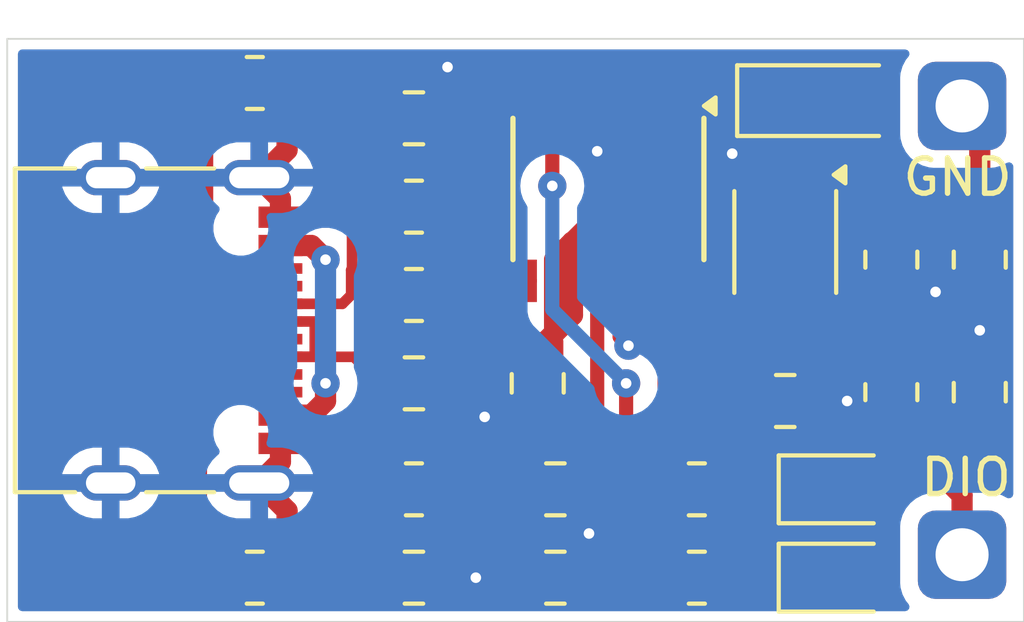
<source format=kicad_pcb>
(kicad_pcb (version 20240108) (generator "pcbnew") (generator_version "8.0")
  (layers (0 "F.Cu" signal) (31 "B.Cu" signal) (34 "B.Paste" user) (35 "F.Paste" user) (36 "B.SilkS" user "B.Silkscreen") (37 "F.SilkS" user "F.Silkscreen") (38 "B.Mask" user) (39 "F.Mask" user) (44 "Edge.Cuts" user))
  (net 0 "")
  (net 1 "+5V")
  (net 2 "GND")
  (net 3 "Net-(C2-Pad2)")
  (net 4 "Net-(C3-Pad2)")
  (net 5 "Net-(U1-VCC)")
  (net 6 "+3.3V")
  (net 7 "Net-(D3-A)")
  (net 8 "Net-(D1-K)")
  (net 9 "Net-(D2-K)")
  (net 10 "Net-(D3-K)")
  (net 11 "Net-(J1-CC2)")
  (net 12 "Net-(J1-CC1)")
  (net 13 "Net-(J2-Pin_1)")
  (net 14 "Net-(U1-USBDM)")
  (net 15 "Net-(U1-USBDP)")
  (net 16 "/TXLED")
  (net 17 "/RXLED")
  (net 20 "Net-(U1-RXD)")
  (net 23 "Net-(U2-Pad5)")
  (net 24 "Net-(J2-Pin_2)")
  (footprint "Capacitor_SMD:C_0805_2012Metric" (layer "F.Cu") (at 125 92 180)
    (property "Reference" "C7" (hide yes))
    (property "Value" "100n" (hide yes))
    (fp_line (start -0.261252 0.735) (end 0.261252 0.735) (stroke (width 0.12)) (layer "F.SilkS"))
    (fp_line (start -0.261252 -0.735) (end 0.261252 -0.735) (stroke (width 0.12)) (layer "F.SilkS"))
    (pad "1" smd roundrect (at -0.95 0 180) (size 1 1.45) (layers "F.Cu" "F.Paste" "F.Mask") (net 2 "GND"))
    (pad "2" smd roundrect (at 0.95 0 180) (size 1 1.45) (layers "F.Cu" "F.Paste" "F.Mask") (net 6 "+3.3V"))
  )
  (footprint "Capacitor_SMD:C_0805_2012Metric" (layer "F.Cu") (at 118 91.5 90)
    (property "Reference" "C6" (hide yes))
    (property "Value" "100n" (hide yes))
    (fp_line (start -0.261252 -0.735) (end 0.261252 -0.735) (stroke (width 0.12)) (layer "F.SilkS"))
    (fp_line (start -0.261252 0.735) (end 0.261252 0.735) (stroke (width 0.12)) (layer "F.SilkS"))
    (pad "1" smd roundrect (at -0.95 0 90) (size 1 1.45) (layers "F.Cu" "F.Paste" "F.Mask") (net 2 "GND"))
    (pad "2" smd roundrect (at 0.95 0 90) (size 1 1.45) (layers "F.Cu" "F.Paste" "F.Mask") (net 6 "+3.3V"))
  )
  (footprint "Resistor_SMD:R_0805_2012Metric" (layer "F.Cu") (at 128 88 90)
    (property "Reference" "R7" (hide yes))
    (property "Value" "5.1k" (hide yes))
    (fp_line (start -0.227064 -0.735) (end 0.227064 -0.735) (stroke (width 0.12)) (layer "F.SilkS"))
    (fp_line (start -0.227064 0.735) (end 0.227064 0.735) (stroke (width 0.12)) (layer "F.SilkS"))
    (pad "1" smd roundrect (at -0.9125 0 90) (size 1.025 1.4) (layers "F.Cu" "F.Paste" "F.Mask") (roundrect_rratio 0.243902) (net 2 "GND"))
    (pad "2" smd roundrect (at 0.9125 0 90) (size 1.025 1.4) (layers "F.Cu" "F.Paste" "F.Mask") (roundrect_rratio 0.243902) (net 7 "Net-(D3-A)"))
  )
  (footprint "myLibrary:SSOP-8_3x3mm_P0.65mm" (layer "F.Cu") (at 125 87.5 180)
    (property "Reference" "U2" (hide yes))
    (property "Value" "74LVC2G132" (hide yes))
    (fp_line (start 1.44 -1.44) (end 1.44 1.44) (stroke (width 0.12)) (layer "F.SilkS"))
    (fp_line (start -1.44 1.44) (end -1.44 -1.44) (stroke (width 0.12)) (layer "F.SilkS"))
    (fp_poly (pts (xy -1.37 1.9) (xy -1.7 2.14) (xy -1.7 1.66) (xy -1.37 1.9)) (stroke (width 0.12)) (fill solid) (layer "F.SilkS"))
    (pad "1" smd rect (at -0.975 1.9 180) (size 0.4 1.1) (layers "F.Cu" "F.Paste" "F.Mask") (net 7 "Net-(D3-A)"))
    (pad "2" smd rect (at -0.325 1.9 180) (size 0.4 1.1) (layers "F.Cu" "F.Paste" "F.Mask") (net 7 "Net-(D3-A)"))
    (pad "3" smd rect (at 0.325 1.9 180) (size 0.4 1.1) (layers "F.Cu" "F.Paste" "F.Mask") (net 20 "Net-(U1-RXD)"))
    (pad "4" smd rect (at 0.975 1.9 180) (size 0.4 1.1) (layers "F.Cu" "F.Paste" "F.Mask") (net 2 "GND"))
    (pad "5" smd rect (at 0.975 -1.9 180) (size 0.4 1.1) (layers "F.Cu" "F.Paste" "F.Mask") (net 23 "Net-(U2-Pad5)"))
    (pad "6" smd rect (at 0.325 -1.9 180) (size 0.4 1.1) (layers "F.Cu" "F.Paste" "F.Mask") (net 10 "Net-(D3-K)"))
    (pad "7" smd rect (at -0.325 -1.9 180) (size 0.4 1.1) (layers "F.Cu" "F.Paste" "F.Mask") (net 23 "Net-(U2-Pad5)"))
    (pad "8" smd rect (at -0.975 -1.9 180) (size 0.4 1.1) (layers "F.Cu" "F.Paste" "F.Mask") (net 6 "+3.3V"))
  )
  (footprint "LED_SMD:LED_0805_2012Metric" (layer "F.Cu") (at 126.5 97)
    (property "Reference" "D2" (hide yes))
    (property "Value" "Green LED" (hide yes))
    (fp_line (start -1.685 -0.96) (end -1.685 0.96) (stroke (width 0.12)) (layer "F.SilkS"))
    (fp_line (start -1.685 0.96) (end 1 0.96) (stroke (width 0.12)) (layer "F.SilkS"))
    (fp_line (start 1 -0.96) (end -1.685 -0.96) (stroke (width 0.12)) (layer "F.SilkS"))
    (pad "1" smd roundrect (at -0.9375 0) (size 0.975 1.4) (layers "F.Cu" "F.Paste" "F.Mask") (net 9 "Net-(D2-K)"))
    (pad "2" smd roundrect (at 0.9375 0) (size 0.975 1.4) (layers "F.Cu" "F.Paste" "F.Mask") (net 6 "+3.3V"))
  )
  (footprint "LED_SMD:LED_0805_2012Metric" (layer "F.Cu") (at 126.5 94.5)
    (property "Reference" "D1" (hide yes))
    (property "Value" "Red LED" (hide yes))
    (fp_line (start -1.685 -0.96) (end -1.685 0.96) (stroke (width 0.12)) (layer "F.SilkS"))
    (fp_line (start -1.685 0.96) (end 1 0.96) (stroke (width 0.12)) (layer "F.SilkS"))
    (fp_line (start 1 -0.96) (end -1.685 -0.96) (stroke (width 0.12)) (layer "F.SilkS"))
    (pad "1" smd roundrect (at -0.9375 0) (size 0.975 1.4) (layers "F.Cu" "F.Paste" "F.Mask") (net 8 "Net-(D1-K)"))
    (pad "2" smd roundrect (at 0.9375 0) (size 0.975 1.4) (layers "F.Cu" "F.Paste" "F.Mask") (net 6 "+3.3V"))
  )
  (footprint "Resistor_SMD:R_0805_2012Metric" (layer "F.Cu") (at 122.5 97)
    (property "Reference" "R6" (hide yes))
    (property "Value" "120" (hide yes))
    (fp_line (start -0.227064 -0.735) (end 0.227064 -0.735) (stroke (width 0.12)) (layer "F.SilkS"))
    (fp_line (start -0.227064 0.735) (end 0.227064 0.735) (stroke (width 0.12)) (layer "F.SilkS"))
    (pad "1" smd roundrect (at -0.9125 0) (size 1.025 1.4) (layers "F.Cu" "F.Paste" "F.Mask") (roundrect_rratio 0.243902) (net 17 "/RXLED"))
    (pad "2" smd roundrect (at 0.9125 0) (size 1.025 1.4) (layers "F.Cu" "F.Paste" "F.Mask") (roundrect_rratio 0.243902) (net 9 "Net-(D2-K)"))
  )
  (footprint "Capacitor_SMD:C_0805_2012Metric" (layer "F.Cu") (at 118.5 97 180)
    (property "Reference" "C4" (hide yes))
    (property "Value" "4.7u" (hide yes))
    (fp_line (start -0.261252 0.735) (end 0.261252 0.735) (stroke (width 0.12)) (layer "F.SilkS"))
    (fp_line (start -0.261252 -0.735) (end 0.261252 -0.735) (stroke (width 0.12)) (layer "F.SilkS"))
    (pad "1" smd roundrect (at -0.95 0 180) (size 1 1.45) (layers "F.Cu" "F.Paste" "F.Mask") (net 2 "GND"))
    (pad "2" smd roundrect (at 0.95 0 180) (size 1 1.45) (layers "F.Cu" "F.Paste" "F.Mask") (net 5 "Net-(U1-VCC)"))
  )
  (footprint "Connector_USB:USB_C_Receptacle_G-Switch_GT-USB-7010ASV" (layer "F.Cu") (at 107 90 -90)
    (property "Reference" "J1" (hide yes))
    (property "Value" "USB_C_Receptacle_USB2.0_14P" (hide yes))
    (fp_line (start -4.58 3.785) (end -4.58 2.08) (stroke (width 0.12)) (layer "F.SilkS"))
    (fp_line (start 4.58 3.785) (end -4.58 3.785) (stroke (width 0.12)) (layer "F.SilkS"))
    (fp_line (start 4.58 2.08) (end 4.58 3.785) (stroke (width 0.12)) (layer "F.SilkS"))
    (fp_line (start 4.58 0.07) (end 4.58 -1.85) (stroke (width 0.12)) (layer "F.SilkS"))
    (fp_line (start -4.58 -1.85) (end -4.58 0.07) (stroke (width 0.12)) (layer "F.SilkS"))
    (pad "" np_thru_hole circle (at -2.89 -2.605 270) (size 0.65 0.65) (drill 0.65) (layers "*.Cu" "*.Mask"))
    (pad "" np_thru_hole circle (at 2.89 -2.605 270) (size 0.65 0.65) (drill 0.65) (layers "*.Cu" "*.Mask"))
    (pad "A1" smd rect (at -3.2 -3.725 270) (size 0.6 1.24) (layers "F.Cu" "F.Paste" "F.Mask") (net 2 "GND"))
    (pad "A4" smd rect (at -2.4 -3.725 270) (size 0.6 1.24) (layers "F.Cu" "F.Paste" "F.Mask") (net 1 "+5V"))
    (pad "A5" smd rect (at -1.25 -3.725 270) (size 0.3 1.24) (layers "F.Cu" "F.Paste" "F.Mask") (net 12 "Net-(J1-CC1)"))
    (pad "A6" smd rect (at -0.25 -3.725 270) (size 0.3 1.24) (layers "F.Cu" "F.Paste" "F.Mask") (net 4 "Net-(C3-Pad2)"))
    (pad "A7" smd rect (at 0.25 -3.725 270) (size 0.3 1.24) (layers "F.Cu" "F.Paste" "F.Mask") (net 3 "Net-(C2-Pad2)"))
    (pad "A8" smd rect (at 1.25 -3.725 270) (size 0.3 1.24) (layers "F.Cu" "F.Paste" "F.Mask"))
    (pad "A9" smd rect (at 2.4 -3.725 270) (size 0.6 1.24) (layers "F.Cu" "F.Paste" "F.Mask") (net 1 "+5V"))
    (pad "A12" smd rect (at 3.2 -3.725 270) (size 0.6 1.24) (layers "F.Cu" "F.Paste" "F.Mask") (net 2 "GND"))
    (pad "B1" smd rect (at 3.2 -3.725 270) (size 0.6 1.24) (layers "F.Cu" "F.Paste" "F.Mask") (net 2 "GND"))
    (pad "B4" smd rect (at 2.4 -3.725 270) (size 0.6 1.24) (layers "F.Cu" "F.Paste" "F.Mask") (net 1 "+5V"))
    (pad "B5" smd rect (at 1.75 -3.725 270) (size 0.3 1.24) (layers "F.Cu" "F.Paste" "F.Mask") (net 11 "Net-(J1-CC2)"))
    (pad "B6" smd rect (at 0.75 -3.725 270) (size 0.3 1.24) (layers "F.Cu" "F.Paste" "F.Mask") (net 4 "Net-(C3-Pad2)"))
    (pad "B7" smd rect (at -0.75 -3.725 270) (size 0.3 1.24) (layers "F.Cu" "F.Paste" "F.Mask") (net 3 "Net-(C2-Pad2)"))
    (pad "B8" smd rect (at -1.75 -3.725 270) (size 0.3 1.24) (layers "F.Cu" "F.Paste" "F.Mask"))
    (pad "B9" smd rect (at -2.4 -3.725 270) (size 0.6 1.24) (layers "F.Cu" "F.Paste" "F.Mask") (net 1 "+5V"))
    (pad "B12" smd rect (at -3.2 -3.725 270) (size 0.6 1.24) (layers "F.Cu" "F.Paste" "F.Mask") (net 2 "GND"))
    (pad "S1" thru_hole oval (at -4.32 -3.125 270) (size 1 2.1) (drill oval 0.6 1.7) (layers "*.Cu" "*.Mask") (net 2 "GND"))
    (pad "S1" thru_hole oval (at -4.32 1.075 270) (size 1 1.8) (drill oval 0.6 1.4) (layers "*.Cu" "*.Mask") (net 2 "GND"))
    (pad "S1" thru_hole oval (at 4.32 -3.125 270) (size 1 2.1) (drill oval 0.6 1.7) (layers "*.Cu" "*.Mask") (net 2 "GND"))
    (pad "S1" thru_hole oval (at 4.32 1.075 270) (size 1 1.8) (drill oval 0.6 1.4) (layers "*.Cu" "*.Mask") (net 2 "GND"))
  )
  (footprint "Diode_SMD:D_SOD-123" (layer "F.Cu") (at 126 83.5)
    (property "Reference" "D3" (hide yes))
    (property "Value" "BAT42" (hide yes))
    (fp_line (start -2.36 -1) (end -2.36 1) (stroke (width 0.12)) (layer "F.SilkS"))
    (fp_line (start -2.36 -1) (end 1.65 -1) (stroke (width 0.12)) (layer "F.SilkS"))
    (fp_line (start -2.36 1) (end 1.65 1) (stroke (width 0.12)) (layer "F.SilkS"))
    (pad "1" smd roundrect (at -1.65 0) (size 0.9 1.2) (layers "F.Cu" "F.Paste" "F.Mask") (net 10 "Net-(D3-K)"))
    (pad "2" smd roundrect (at 1.65 0) (size 0.9 1.2) (layers "F.Cu" "F.Paste" "F.Mask") (net 7 "Net-(D3-A)"))
  )
  (footprint "Resistor_SMD:R_0805_2012Metric" (layer "F.Cu") (at 110 83 180)
    (property "Reference" "R1" (hide yes))
    (property "Value" "5.1k" (hide yes))
    (fp_line (start -0.227064 0.735) (end 0.227064 0.735) (stroke (width 0.12)) (layer "F.SilkS"))
    (fp_line (start -0.227064 -0.735) (end 0.227064 -0.735) (stroke (width 0.12)) (layer "F.SilkS"))
    (pad "1" smd roundrect (at -0.9125 0 180) (size 1.025 1.4) (layers "F.Cu" "F.Paste" "F.Mask") (roundrect_rratio 0.243902) (net 2 "GND"))
    (pad "2" smd roundrect (at 0.9125 0 180) (size 1.025 1.4) (layers "F.Cu" "F.Paste" "F.Mask") (roundrect_rratio 0.243902) (net 12 "Net-(J1-CC1)"))
  )
  (footprint "Resistor_SMD:R_0805_2012Metric" (layer "F.Cu") (at 122.5 94.5)
    (property "Reference" "R5" (hide yes))
    (property "Value" "120" (hide yes))
    (fp_line (start -0.227064 -0.735) (end 0.227064 -0.735) (stroke (width 0.12)) (layer "F.SilkS"))
    (fp_line (start -0.227064 0.735) (end 0.227064 0.735) (stroke (width 0.12)) (layer "F.SilkS"))
    (pad "1" smd roundrect (at -0.9125 0) (size 1.025 1.4) (layers "F.Cu" "F.Paste" "F.Mask") (roundrect_rratio 0.243902) (net 16 "/TXLED"))
    (pad "2" smd roundrect (at 0.9125 0) (size 1.025 1.4) (layers "F.Cu" "F.Paste" "F.Mask") (roundrect_rratio 0.243902) (net 8 "Net-(D1-K)"))
  )
  (footprint "Resistor_SMD:R_0805_2012Metric" (layer "F.Cu") (at 130.5 88 90)
    (property "Reference" "R9" (hide yes))
    (property "Value" "120" (hide yes))
    (fp_line (start -0.227064 -0.735) (end 0.227064 -0.735) (stroke (width 0.12)) (layer "F.SilkS"))
    (fp_line (start -0.227064 0.735) (end 0.227064 0.735) (stroke (width 0.12)) (layer "F.SilkS"))
    (pad "1" smd roundrect (at -0.9125 0 90) (size 1.025 1.4) (layers "F.Cu" "F.Paste" "F.Mask") (roundrect_rratio 0.243902) (net 2 "GND"))
    (pad "2" smd roundrect (at 0.9125 0 90) (size 1.025 1.4) (layers "F.Cu" "F.Paste" "F.Mask") (roundrect_rratio 0.243902) (net 24 "Net-(J2-Pin_2)"))
  )
  (footprint "Capacitor_SMD:C_0805_2012Metric" (layer "F.Cu") (at 114.5 97 180)
    (property "Reference" "C1" (hide yes))
    (property "Value" "10n" (hide yes))
    (fp_line (start -0.261252 0.735) (end 0.261252 0.735) (stroke (width 0.12)) (layer "F.SilkS"))
    (fp_line (start -0.261252 -0.735) (end 0.261252 -0.735) (stroke (width 0.12)) (layer "F.SilkS"))
    (pad "1" smd roundrect (at -0.95 0 180) (size 1 1.45) (layers "F.Cu" "F.Paste" "F.Mask") (net 2 "GND"))
    (pad "2" smd roundrect (at 0.95 0 180) (size 1 1.45) (layers "F.Cu" "F.Paste" "F.Mask") (net 1 "+5V"))
  )
  (footprint "Resistor_SMD:R_0805_2012Metric" (layer "F.Cu") (at 128 91.75 -90)
    (property "Reference" "R8" (hide yes))
    (property "Value" "120" (hide yes))
    (fp_line (start -0.227064 0.735) (end 0.227064 0.735) (stroke (width 0.12)) (layer "F.SilkS"))
    (fp_line (start -0.227064 -0.735) (end 0.227064 -0.735) (stroke (width 0.12)) (layer "F.SilkS"))
    (pad "1" smd roundrect (at -0.9125 0 270) (size 1.025 1.4) (layers "F.Cu" "F.Paste" "F.Mask") (roundrect_rratio 0.243902) (net 7 "Net-(D3-A)"))
    (pad "2" smd roundrect (at 0.9125 0 270) (size 1.025 1.4) (layers "F.Cu" "F.Paste" "F.Mask") (roundrect_rratio 0.243902) (net 13 "Net-(J2-Pin_1)"))
  )
  (footprint "Capacitor_SMD:C_0805_2012Metric" (layer "F.Cu") (at 114.5 91.5 180)
    (property "Reference" "C3" (hide yes))
    (property "Value" "47p" (hide yes))
    (fp_line (start -0.261252 0.735) (end 0.261252 0.735) (stroke (width 0.12)) (layer "F.SilkS"))
    (fp_line (start -0.261252 -0.735) (end 0.261252 -0.735) (stroke (width 0.12)) (layer "F.SilkS"))
    (pad "1" smd roundrect (at -0.95 0 180) (size 1 1.45) (layers "F.Cu" "F.Paste" "F.Mask") (net 2 "GND"))
    (pad "2" smd roundrect (at 0.95 0 180) (size 1 1.45) (layers "F.Cu" "F.Paste" "F.Mask") (net 4 "Net-(C3-Pad2)"))
  )
  (footprint "Resistor_SMD:R_0805_2012Metric" (layer "F.Cu") (at 114.5 86.5)
    (property "Reference" "R3" (hide yes))
    (property "Value" "27" (hide yes))
    (fp_line (start -0.227064 -0.735) (end 0.227064 -0.735) (stroke (width 0.12)) (layer "F.SilkS"))
    (fp_line (start -0.227064 0.735) (end 0.227064 0.735) (stroke (width 0.12)) (layer "F.SilkS"))
    (pad "1" smd roundrect (at -0.9125 0) (size 1.025 1.4) (layers "F.Cu" "F.Paste" "F.Mask") (roundrect_rratio 0.243902) (net 3 "Net-(C2-Pad2)"))
    (pad "2" smd roundrect (at 0.9125 0) (size 1.025 1.4) (layers "F.Cu" "F.Paste" "F.Mask") (roundrect_rratio 0.243902) (net 14 "Net-(U1-USBDM)"))
  )
  (footprint "Resistor_SMD:R_0805_2012Metric" (layer "F.Cu") (at 114.5 89)
    (property "Reference" "R4" (hide yes))
    (property "Value" "27" (hide yes))
    (fp_line (start -0.227064 -0.735) (end 0.227064 -0.735) (stroke (width 0.12)) (layer "F.SilkS"))
    (fp_line (start -0.227064 0.735) (end 0.227064 0.735) (stroke (width 0.12)) (layer "F.SilkS"))
    (pad "1" smd roundrect (at -0.9125 0) (size 1.025 1.4) (layers "F.Cu" "F.Paste" "F.Mask") (roundrect_rratio 0.243902) (net 4 "Net-(C3-Pad2)"))
    (pad "2" smd roundrect (at 0.9125 0) (size 1.025 1.4) (layers "F.Cu" "F.Paste" "F.Mask") (roundrect_rratio 0.243902) (net 15 "Net-(U1-USBDP)"))
  )
  (footprint "Resistor_SMD:R_0805_2012Metric" (layer "F.Cu") (at 114.5 94.5 180)
    (property "Reference" "FB1" (hide yes))
    (property "Value" "600Ω@100MHz" (hide yes))
    (fp_line (start -0.227064 0.735) (end 0.227064 0.735) (stroke (width 0.12)) (layer "F.SilkS"))
    (fp_line (start -0.227064 -0.735) (end 0.227064 -0.735) (stroke (width 0.12)) (layer "F.SilkS"))
    (pad "1" smd roundrect (at -0.9125 0 180) (size 1.025 1.4) (layers "F.Cu" "F.Paste" "F.Mask") (roundrect_rratio 0.243902) (net 5 "Net-(U1-VCC)"))
    (pad "2" smd roundrect (at 0.9125 0 180) (size 1.025 1.4) (layers "F.Cu" "F.Paste" "F.Mask") (roundrect_rratio 0.243902) (net 1 "+5V"))
  )
  (footprint "Capacitor_SMD:C_0805_2012Metric" (layer "F.Cu") (at 114.5 84 180)
    (property "Reference" "C2" (hide yes))
    (property "Value" "47p" (hide yes))
    (fp_line (start -0.261252 0.735) (end 0.261252 0.735) (stroke (width 0.12)) (layer "F.SilkS"))
    (fp_line (start -0.261252 -0.735) (end 0.261252 -0.735) (stroke (width 0.12)) (layer "F.SilkS"))
    (pad "1" smd roundrect (at -0.95 0 180) (size 1 1.45) (layers "F.Cu" "F.Paste" "F.Mask") (net 2 "GND"))
    (pad "2" smd roundrect (at 0.95 0 180) (size 1 1.45) (layers "F.Cu" "F.Paste" "F.Mask") (net 3 "Net-(C2-Pad2)"))
  )
  (footprint "Capacitor_SMD:C_0805_2012Metric" (layer "F.Cu") (at 118.5 94.5 180)
    (property "Reference" "C5" (hide yes))
    (property "Value" "100n" (hide yes))
    (fp_line (start -0.261252 0.735) (end 0.261252 0.735) (stroke (width 0.12)) (layer "F.SilkS"))
    (fp_line (start -0.261252 -0.735) (end 0.261252 -0.735) (stroke (width 0.12)) (layer "F.SilkS"))
    (pad "1" smd roundrect (at -0.95 0 180) (size 1 1.45) (layers "F.Cu" "F.Paste" "F.Mask") (net 2 "GND"))
    (pad "2" smd roundrect (at 0.95 0 180) (size 1 1.45) (layers "F.Cu" "F.Paste" "F.Mask") (net 5 "Net-(U1-VCC)"))
  )
  (footprint "Resistor_SMD:R_0805_2012Metric" (layer "F.Cu") (at 110 97 180)
    (property "Reference" "R2" (hide yes))
    (property "Value" "5.1k" (hide yes))
    (fp_line (start -0.227064 0.735) (end 0.227064 0.735) (stroke (width 0.12)) (layer "F.SilkS"))
    (fp_line (start -0.227064 -0.735) (end 0.227064 -0.735) (stroke (width 0.12)) (layer "F.SilkS"))
    (pad "1" smd roundrect (at -0.9125 0 180) (size 1.025 1.4) (layers "F.Cu" "F.Paste" "F.Mask") (roundrect_rratio 0.243902) (net 2 "GND"))
    (pad "2" smd roundrect (at 0.9125 0 180) (size 1.025 1.4) (layers "F.Cu" "F.Paste" "F.Mask") (roundrect_rratio 0.243902) (net 11 "Net-(J1-CC2)"))
  )
  (footprint "Package_SO:SSOP-16_3.9x4.9mm_P0.635mm" (layer "F.Cu") (at 120 86 -90)
    (property "Reference" "U1" (hide yes))
    (property "Value" "FT230XS" (hide yes))
    (fp_line (start -2 2.7) (end 2 2.7) (stroke (width 0.15)) (layer "F.SilkS"))
    (fp_line (start -2 -2.7) (end 2 -2.7) (stroke (width 0.15)) (layer "F.SilkS"))
    (fp_poly (pts (xy -2.35 -2.7) (xy -2.59 -3.03) (xy -2.11 -3.03) (xy -2.35 -2.7)) (stroke (width 0.12)) (fill solid) (layer "F.SilkS"))
    (pad "1" smd rect (at -2.6 -2.2225 270) (size 1.2 0.4) (layers "F.Cu" "F.Paste" "F.Mask") (net 10 "Net-(D3-K)"))
    (pad "2" smd rect (at -2.6 -1.5875 270) (size 1.2 0.4) (layers "F.Cu" "F.Paste" "F.Mask"))
    (pad "3" smd rect (at -2.6 -0.9525 270) (size 1.2 0.4) (layers "F.Cu" "F.Paste" "F.Mask") (net 6 "+3.3V"))
    (pad "4" smd rect (at -2.6 -0.3175 270) (size 1.2 0.4) (layers "F.Cu" "F.Paste" "F.Mask") (net 20 "Net-(U1-RXD)"))
    (pad "5" smd rect (at -2.6 0.3175 270) (size 1.2 0.4) (layers "F.Cu" "F.Paste" "F.Mask") (net 2 "GND"))
    (pad "6" smd rect (at -2.6 0.9525 270) (size 1.2 0.4) (layers "F.Cu" "F.Paste" "F.Mask"))
    (pad "7" smd rect (at -2.6 1.5875 270) (size 1.2 0.4) (layers "F.Cu" "F.Paste" "F.Mask") (net 17 "/RXLED"))
    (pad "8" smd rect (at -2.6 2.2225 270) (size 1.2 0.4) (layers "F.Cu" "F.Paste" "F.Mask") (net 15 "Net-(U1-USBDP)"))
    (pad "9" smd rect (at 2.6 2.2225 270) (size 1.2 0.4) (layers "F.Cu" "F.Paste" "F.Mask") (net 14 "Net-(U1-USBDM)"))
    (pad "10" smd rect (at 2.6 1.5875 270) (size 1.2 0.4) (layers "F.Cu" "F.Paste" "F.Mask") (net 6 "+3.3V"))
    (pad "11" smd rect (at 2.6 0.9525 270) (size 1.2 0.4) (layers "F.Cu" "F.Paste" "F.Mask") (net 6 "+3.3V"))
    (pad "12" smd rect (at 2.6 0.3175 270) (size 1.2 0.4) (layers "F.Cu" "F.Paste" "F.Mask") (net 5 "Net-(U1-VCC)"))
    (pad "13" smd rect (at 2.6 -0.3175 270) (size 1.2 0.4) (layers "F.Cu" "F.Paste" "F.Mask") (net 2 "GND"))
    (pad "14" smd rect (at 2.6 -0.9525 270) (size 1.2 0.4) (layers "F.Cu" "F.Paste" "F.Mask") (net 16 "/TXLED"))
    (pad "15" smd rect (at 2.6 -1.5875 270) (size 1.2 0.4) (layers "F.Cu" "F.Paste" "F.Mask"))
    (pad "16" smd rect (at 2.6 -2.2225 270) (size 1.2 0.4) (layers "F.Cu" "F.Paste" "F.Mask"))
  )
  (footprint "Capacitor_SMD:C_0805_2012Metric" (layer "F.Cu") (at 130.5 91.75 -90)
    (property "Reference" "C8" (hide yes))
    (property "Value" "47p" (hide yes))
    (fp_line (start -0.261252 0.735) (end 0.261252 0.735) (stroke (width 0.12)) (layer "F.SilkS"))
    (fp_line (start -0.261252 -0.735) (end 0.261252 -0.735) (stroke (width 0.12)) (layer "F.SilkS"))
    (pad "1" smd roundrect (at -0.95 0 270) (size 1 1.45) (layers "F.Cu" "F.Paste" "F.Mask") (net 2 "GND"))
    (pad "2" smd roundrect (at 0.95 0 270) (size 1 1.45) (layers "F.Cu" "F.Paste" "F.Mask") (net 7 "Net-(D3-A)"))
  )
  (footprint "myLibrary:SolderWire_1x02_P12.7mm_D1.5mm" (layer "F.Cu") (at 130 96.35 90)
    (property "Reference" "J2" (hide yes))
    (property "Value" "Conn_01x02" (hide yes))
    (fp_text user "GND" (at 10.1 -1.75 0) (layer "F.SilkS") (effects (font (thickness 0.153)) (justify left bottom)))
    (fp_text user "DIO" (at 1.6 -1.25 0) (layer "F.SilkS") (effects (font (thickness 0.153)) (justify left bottom)))
    (pad "1" thru_hole roundrect (at 0 0 90) (size 2.5 2.5) (drill 1.5) (layers "*.Cu" "*.Mask") (roundrect_rratio 0.2) (net 13 "Net-(J2-Pin_1)"))
    (pad "2" thru_hole roundrect (at 12.7 0 90) (size 2.5 2.5) (drill 1.5) (layers "*.Cu" "*.Mask") (roundrect_rratio 0.2) (net 24 "Net-(J2-Pin_2)"))
  )
  (gr_rect (start 103 81.75) (end 131.75 98.25) (stroke (width 0.05)) (fill none) (layer "Edge.Cuts"))
  (segment (start 113.5875 94.3875) (end 113.5875 94.5) (width 0.6) (layer "F.Cu") (net 1))
  (segment (start 112 92) (end 112 91.5) (width 0.6) (layer "F.Cu") (net 1))
  (segment (start 111.6 92.4) (end 112 92) (width 0.6) (layer "F.Cu") (net 1))
  (segment (start 113.55 97) (end 113.55 94.5375) (width 0.6) (layer "F.Cu") (net 1))
  (segment (start 111.6 87.6) (end 112 88) (width 0.6) (layer "F.Cu") (net 1))
  (segment (start 110.725 87.6) (end 111.6 87.6) (width 0.6) (layer "F.Cu") (net 1))
  (segment (start 111.6 92.4) (end 113.5875 94.3875) (width 0.6) (layer "F.Cu") (net 1))
  (segment (start 110.725 92.4) (end 111.6 92.4) (width 0.6) (layer "F.Cu") (net 1))
  (segment (start 113.55 94.5375) (end 113.5875 94.5) (width 0.6) (layer "F.Cu") (net 1))
  (via (at 112 88) (size 0.8) (drill 0.3) (layers "F.Cu" "B.Cu") (net 1))
  (via (at 112 91.5) (size 0.8) (drill 0.3) (layers "F.Cu" "B.Cu") (net 1))
  (segment (start 112 88) (end 112 91.5) (width 0.6) (layer "B.Cu") (net 1))
  (segment (start 116.5 92.45) (end 116.4 92.45) (width 0.6) (layer "F.Cu") (net 2))
  (segment (start 110.9125 95.1075) (end 110.125 94.32) (width 0.6) (layer "F.Cu") (net 2))
  (segment (start 115.45 97) (end 116.25 97) (width 0.6) (layer "F.Cu") (net 2))
  (segment (start 130.5 90.8) (end 130.5 90) (width 0.6) (layer "F.Cu") (net 2))
  (segment (start 119.6825 83.4) (end 119.6825 84.9325) (width 0.4) (layer "F.Cu") (net 2))
  (segment (start 110.725 86.28) (end 110.125 85.68) (width 0.6) (layer "F.Cu") (net 2))
  (segment (start 119.45 96) (end 119.45 95.75) (width 0.6) (layer "F.Cu") (net 2))
  (segment (start 130.5 90) (end 130.5 88.9125) (width 0.6) (layer "F.Cu") (net 2))
  (segment (start 124.025 85.025) (end 124.025 85.6) (width 0.4) (layer "F.Cu") (net 2))
  (segment (start 115.45 84) (end 115.45 82.55) (width 0.6) (layer "F.Cu") (net 2))
  (segment (start 119.45 97) (end 119.45 96) (width 0.6) (layer "F.Cu") (net 2))
  (segment (start 129.25 88.9125) (end 130.5 88.9125) (width 0.6) (layer "F.Cu") (net 2))
  (segment (start 128 88.9125) (end 129.25 88.9125) (width 0.6) (layer "F.Cu") (net 2))
  (segment (start 119.45 95.75) (end 119.45 94.5) (width 0.6) (layer "F.Cu") (net 2))
  (segment (start 124.025 85.6) (end 124.025 85.525) (width 0.4) (layer "F.Cu") (net 2))
  (segment (start 116.4 92.45) (end 115.45 91.5) (width 0.6) (layer "F.Cu") (net 2))
  (segment (start 110.725 93.72) (end 110.125 94.32) (width 0.6) (layer "F.Cu") (net 2))
  (segment (start 120.565686 90.434314) (end 120.3175 90.186128) (width 0.4) (layer "F.Cu") (net 2))
  (segment (start 124.025 85.525) (end 123.5 85) (width 0.4) (layer "F.Cu") (net 2))
  (segment (start 110.9125 84.8925) (end 110.125 85.68) (width 0.6) (layer "F.Cu") (net 2))
  (segment (start 118 92.45) (end 116.5 92.45) (width 0.6) (layer "F.Cu") (net 2))
  (segment (start 125.95 92) (end 126.75 92) (width 0.6) (layer "F.Cu") (net 2))
  (segment (start 120.3175 90.186128) (end 120.3175 88.6) (width 0.4) (layer "F.Cu") (net 2))
  (segment (start 110.9125 97) (end 110.9125 95.1075) (width 0.6) (layer "F.Cu") (net 2))
  (segment (start 110.725 86.8) (end 110.725 86.28) (width 0.6) (layer "F.Cu") (net 2))
  (segment (start 110.725 93.2) (end 110.725 93.72) (width 0.6) (layer "F.Cu") (net 2))
  (segment (start 110.9125 83) (end 110.9125 84.8925) (width 0.6) (layer "F.Cu") (net 2))
  (via (at 123.5 85) (size 0.8) (drill 0.3) (layers "F.Cu" "B.Cu") (net 2))
  (via (at 116.5 92.45) (size 0.8) (drill 0.3) (layers "F.Cu" "B.Cu") (net 2))
  (via (at 119.6825 84.9325) (size 0.8) (drill 0.3) (layers "F.Cu" "B.Cu") (net 2))
  (via (at 130.5 90) (size 0.8) (drill 0.3) (layers "F.Cu" "B.Cu") (net 2))
  (via (at 115.45 82.55) (size 0.8) (drill 0.3) (layers "F.Cu" "B.Cu") (net 2))
  (via (at 126.75 92) (size 0.8) (drill 0.3) (layers "F.Cu" "B.Cu") (net 2))
  (via (at 129.25 88.9125) (size 0.8) (drill 0.3) (layers "F.Cu" "B.Cu") (net 2))
  (via (at 120.565686 90.434314) (size 0.8) (drill 0.3) (layers "F.Cu" "B.Cu") (net 2))
  (via (at 119.45 95.75) (size 0.8) (drill 0.3) (layers "F.Cu" "B.Cu") (net 2))
  (via (at 116.25 97) (size 0.8) (drill 0.3) (layers "F.Cu" "B.Cu") (net 2))
  (segment (start 110.725 90.25) (end 109.755 90.25) (width 0.3) (layer "F.Cu") (net 3))
  (segment (start 112.475 89.25) (end 112.725 89) (width 0.3) (layer "F.Cu") (net 3))
  (segment (start 112.75 87.3375) (end 113.5875 86.5) (width 0.3) (layer "F.Cu") (net 3))
  (segment (start 109.755 90.25) (end 109.755 89.25) (width 0.3) (layer "F.Cu") (net 3))
  (segment (start 113.55 84) (end 113.55 86.4625) (width 0.6) (layer "F.Cu") (net 3))
  (segment (start 112.725 89) (end 112.725 88.294544) (width 0.3) (layer "F.Cu") (net 3))
  (segment (start 110.725 89.25) (end 112.475 89.25) (width 0.3) (layer "F.Cu") (net 3))
  (segment (start 112.75 88.269544) (end 112.75 87.3375) (width 0.3) (layer "F.Cu") (net 3))
  (segment (start 109.755 89.25) (end 110.725 89.25) (width 0.3) (layer "F.Cu") (net 3))
  (segment (start 113.55 86.4625) (end 113.5875 86.5) (width 0.6) (layer "F.Cu") (net 3))
  (segment (start 112.725 88.294544) (end 112.75 88.269544) (width 0.3) (layer "F.Cu") (net 3))
  (segment (start 113.5875 91.4625) (end 113.55 91.5) (width 0.6) (layer "F.Cu") (net 4))
  (segment (start 111.695 89.75) (end 111.695 90.75) (width 0.3) (layer "F.Cu") (net 4))
  (segment (start 110.725 90.75) (end 112.8 90.75) (width 0.3) (layer "F.Cu") (net 4))
  (segment (start 113.5875 89) (end 113.5875 91.4625) (width 0.6) (layer "F.Cu") (net 4))
  (segment (start 110.725 89.75) (end 111.695 89.75) (width 0.3) (layer "F.Cu") (net 4))
  (segment (start 112.8 90.75) (end 113.55 91.5) (width 0.3) (layer "F.Cu") (net 4))
  (segment (start 111.695 90.75) (end 110.725 90.75) (width 0.3) (layer "F.Cu") (net 4))
  (segment (start 117.55 94.5) (end 117.55 97) (width 0.6) (layer "F.Cu") (net 5))
  (segment (start 117.601166 94.5) (end 117.55 94.5) (width 0.4) (layer "F.Cu") (net 5))
  (segment (start 119.6825 92.418666) (end 117.601166 94.5) (width 0.4) (layer "F.Cu") (net 5))
  (segment (start 115.4125 94.5) (end 117.55 94.5) (width 0.6) (layer "F.Cu") (net 5))
  (segment (start 119.6825 88.6) (end 119.6825 92.418666) (width 0.4) (layer "F.Cu") (net 5))
  (segment (start 122.9225 90.8725) (end 124.05 92) (width 0.6) (layer "F.Cu") (net 6))
  (segment (start 118.9825 87.5) (end 122.9225 87.5) (width 0.6) (layer "F.Cu") (net 6))
  (segment (start 120.9525 85.4525) (end 121 85.5) (width 0.4) (layer "F.Cu") (net 6))
  (segment (start 118 90.55) (end 118.4775 90.0725) (width 0.6) (layer "F.Cu") (net 6))
  (segment (start 118.9825 89.5675) (end 118.4775 90.0725) (width 0.6) (layer "F.Cu") (net 6))
  (segment (start 125.35 93.3) (end 124.05 92) (width 0.6) (layer "F.Cu") (net 6))
  (segment (start 125.975 89.4) (end 125.975 90.323834) (width 0.4) (layer "F.Cu") (net 6))
  (segment (start 125.975 90.323834) (end 124.298834 92) (width 0.4) (layer "F.Cu") (net 6))
  (segment (start 118.9825 87.5175) (end 118.9825 89.5675) (width 0.6) (layer "F.Cu") (net 6))
  (segment (start 118.4775 90.0725) (end 118.4775 88.005) (width 0.6) (layer "F.Cu") (net 6))
  (segment (start 119 87.5) (end 118.9825 87.5175) (width 0.6) (layer "F.Cu") (net 6))
  (segment (start 120.9525 83.4) (end 120.9525 85.4525) (width 0.4) (layer "F.Cu") (net 6))
  (segment (start 118.9825 87.5) (end 119 87.5) (width 0.6) (layer "F.Cu") (net 6))
  (segment (start 122.9225 87.5) (end 122.9225 90.8725) (width 0.6) (layer "F.Cu") (net 6))
  (segment (start 126.2375 93.3) (end 125.35 93.3) (width 0.6) (layer "F.Cu") (net 6))
  (segment (start 119 87.5) (end 121 85.5) (width 0.6) (layer "F.Cu") (net 6))
  (segment (start 118.9825 87.5) (end 118.4775 88.005) (width 0.6) (layer "F.Cu") (net 6))
  (segment (start 127.4375 94.5) (end 126.2375 93.3) (width 0.6) (layer "F.Cu") (net 6))
  (segment (start 124.298834 92) (end 124.05 92) (width 0.4) (layer "F.Cu") (net 6))
  (segment (start 127.4375 97) (end 127.4375 94.5) (width 0.6) (layer "F.Cu") (net 6))
  (segment (start 130.5 92.7) (end 129.8625 92.7) (width 0.6) (layer "F.Cu") (net 7))
  (segment (start 126.8 89.6375) (end 128 90.8375) (width 0.6) (layer "F.Cu") (net 7))
  (segment (start 128 87.0875) (end 126.8 88.2875) (width 0.6) (layer "F.Cu") (net 7))
  (segment (start 129.8625 92.7) (end 128 90.8375) (width 0.6) (layer "F.Cu") (net 7))
  (segment (start 125.975 85.6) (end 125.375 85.6) (width 0.6) (layer "F.Cu") (net 7))
  (segment (start 128 87.0875) (end 127.4625 87.0875) (width 0.6) (layer "F.Cu") (net 7))
  (segment (start 125.975 85.6) (end 125.975 85.175) (width 0.6) (layer "F.Cu") (net 7))
  (segment (start 126.8 88.2875) (end 126.8 89.6375) (width 0.6) (layer "F.Cu") (net 7))
  (segment (start 125.975 85.175) (end 127.65 83.5) (width 0.6) (layer "F.Cu") (net 7))
  (segment (start 127.4625 87.0875) (end 125.975 85.6) (width 0.6) (layer "F.Cu") (net 7))
  (segment (start 123.4125 94.5) (end 125.5625 94.5) (width 0.6) (layer "F.Cu") (net 8))
  (segment (start 123.4125 97) (end 125.5625 97) (width 0.6) (layer "F.Cu") (net 9))
  (segment (start 124.675 89.4) (end 124.675 87.8) (width 0.4) (layer "F.Cu") (net 10))
  (segment (start 124.35 83.5) (end 122.3875 83.5) (width 0.6) (layer "F.Cu") (net 10))
  (segment (start 122.3875 83.5) (end 122.2875 83.4) (width 0.6) (layer "F.Cu") (net 10))
  (segment (start 122.2225 85.3475) (end 122.2225 83.4) (width 0.4) (layer "F.Cu") (net 10))
  (segment (start 124.675 87.8) (end 122.2225 85.3475) (width 0.4) (layer "F.Cu") (net 10))
  (segment (start 108.5 92.686852) (end 108.5 96.4125) (width 0.3) (layer "F.Cu") (net 11))
  (segment (start 109.436852 91.75) (end 108.5 92.686852) (width 0.3) (layer "F.Cu") (net 11))
  (segment (start 108.5 96.4125) (end 109.0875 97) (width 0.3) (layer "F.Cu") (net 11))
  (segment (start 110.725 91.75) (end 109.436852 91.75) (width 0.3) (layer "F.Cu") (net 11))
  (segment (start 108.675 87.67) (end 108.675 83.4125) (width 0.3) (layer "F.Cu") (net 12))
  (segment (start 108.675 83.4125) (end 109.0875 83) (width 0.3) (layer "F.Cu") (net 12))
  (segment (start 109.755 88.75) (end 108.675 87.67) (width 0.3) (layer "F.Cu") (net 12))
  (segment (start 110.725 88.75) (end 109.755 88.75) (width 0.3) (layer "F.Cu") (net 12))
  (segment (start 130 94.6625) (end 130 96.35) (width 0.6) (layer "F.Cu") (net 13))
  (segment (start 128 92.6625) (end 130 94.6625) (width 0.6) (layer "F.Cu") (net 13))
  (segment (start 115.4125 86.5) (end 115.6775 86.5) (width 0.4) (layer "F.Cu") (net 14))
  (segment (start 115.6775 86.5) (end 117.7775 88.6) (width 0.4) (layer "F.Cu") (net 14))
  (segment (start 116.0525 85.125) (end 117.7775 83.4) (width 0.4) (layer "F.Cu") (net 15))
  (segment (start 115.4125 89) (end 114.5 88.0875) (width 0.4) (layer "F.Cu") (net 15))
  (segment (start 115 85.125) (end 116.0525 85.125) (width 0.4) (layer "F.Cu") (net 15))
  (segment (start 114.5 85.625) (end 115 85.125) (width 0.4) (layer "F.Cu") (net 15))
  (segment (start 114.5 88.0875) (end 114.5 85.625) (width 0.4) (layer "F.Cu") (net 15))
  (segment (start 120.9525 89.689757) (end 121.5875 90.324757) (width 0.4) (layer "F.Cu") (net 16))
  (segment (start 121.5875 90.324757) (end 121.5875 94.5) (width 0.4) (layer "F.Cu") (net 16))
  (segment (start 120.9525 88.6) (end 120.9525 89.689757) (width 0.4) (layer "F.Cu") (net 16))
  (segment (start 118.4125 83.4) (end 118.4125 85.9125) (width 0.4) (layer "F.Cu") (net 17))
  (segment (start 120.5 95.9125) (end 121.5875 97) (width 0.4) (layer "F.Cu") (net 17))
  (segment (start 120.5 91.5) (end 120.5 95.9125) (width 0.4) (layer "F.Cu") (net 17))
  (via (at 120.5 91.5) (size 0.8) (drill 0.3) (layers "F.Cu" "B.Cu") (net 17))
  (via (at 118.4125 85.9125) (size 0.8) (drill 0.3) (layers "F.Cu" "B.Cu") (net 17))
  (segment (start 118.4125 89.4125) (end 120.5 91.5) (width 0.4) (layer "B.Cu") (net 17))
  (segment (start 118.4125 85.9125) (end 118.4125 89.4125) (width 0.4) (layer "B.Cu") (net 17))
  (segment (start 125.5 83.875) (end 124.675 84.7) (width 0.4) (layer "F.Cu") (net 20))
  (segment (start 120.3525 82.4) (end 124.740118 82.4) (width 0.4) (layer "F.Cu") (net 20))
  (segment (start 124.740118 82.4) (end 125.5 83.159882) (width 0.4) (layer "F.Cu") (net 20))
  (segment (start 120.3175 82.435) (end 120.3525 82.4) (width 0.4) (layer "F.Cu") (net 20))
  (segment (start 124.675 84.7) (end 124.675 85.6) (width 0.4) (layer "F.Cu") (net 20))
  (segment (start 120.3175 83.4) (end 120.3175 82.435) (width 0.4) (layer "F.Cu") (net 20))
  (segment (start 125.5 83.159882) (end 125.5 83.875) (width 0.4) (layer "F.Cu") (net 20))
  (segment (start 125.325 90.125306) (end 125.100306 90.35) (width 0.4) (layer "F.Cu") (net 23))
  (segment (start 124.075 90.35) (end 124.025 90.3) (width 0.4) (layer "F.Cu") (net 23))
  (segment (start 125.325 89.4) (end 125.325 90.125306) (width 0.4) (layer "F.Cu") (net 23))
  (segment (start 124.025 90.3) (end 124.025 89.4) (width 0.4) (layer "F.Cu") (net 23))
  (segment (start 125.100306 90.35) (end 124.075 90.35) (width 0.4) (layer "F.Cu") (net 23))
  (segment (start 130.5 84.15) (end 130 83.65) (width 0.6) (layer "F.Cu") (net 24))
  (segment (start 130.5 87.0875) (end 130.5 84.15) (width 0.6) (layer "F.Cu") (net 24))
  (zone (net 2) (net_name "GND") (layer "B.Cu") (connect_pads (clearance 0.5)) (min_thickness 0.25) (fill yes (thermal_gap 0.5) (thermal_bridge_width 0.5))
    (polygon (pts (xy 103.25 82) (xy 131.5 82) (xy 131.5 98) (xy 103.25 98)))
  )
)
</source>
